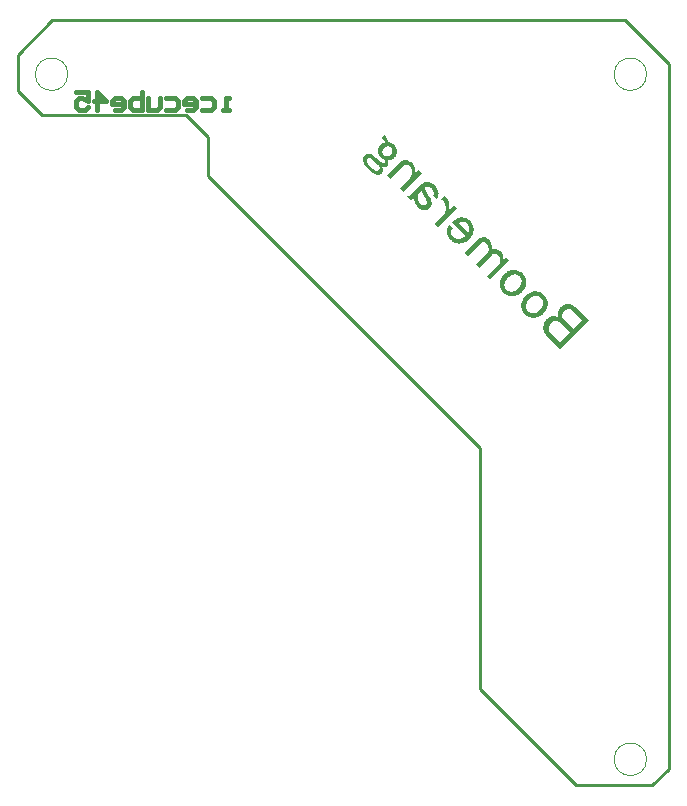
<source format=gbo>
G04*
G04 #@! TF.GenerationSoftware,Altium Limited,Altium Designer,20.0.2 (26)*
G04*
G04 Layer_Color=32896*
%FSLAX25Y25*%
%MOIN*%
G70*
G01*
G75*
%ADD12C,0.01000*%
%ADD13C,0.01500*%
%ADD16C,0.00050*%
G36*
X475548Y454356D02*
X475797Y454055D01*
X475993Y453728D01*
X476137Y453427D01*
X476229Y453126D01*
X476281Y452864D01*
X476307Y452681D01*
X476320Y452537D01*
Y452485D01*
X476765Y452406D01*
X477158Y452275D01*
X477525Y452118D01*
X477826Y451948D01*
X478074Y451778D01*
X478179Y451699D01*
X478258Y451621D01*
X478323Y451582D01*
X478585Y451320D01*
X478729Y451124D01*
X478964Y450757D01*
X479121Y450390D01*
X479239Y450063D01*
X479318Y449775D01*
X479344Y449540D01*
Y449461D01*
X479357Y449396D01*
Y449370D01*
Y449343D01*
X479344Y449121D01*
X479305Y448898D01*
X479213Y448493D01*
X479056Y448126D01*
X478886Y447799D01*
X478716Y447550D01*
X478650Y447433D01*
X478572Y447354D01*
X478519Y447275D01*
X478467Y447223D01*
X478441Y447197D01*
X478428Y447184D01*
X478258Y447040D01*
X478100Y446909D01*
X477760Y446700D01*
X477407Y446556D01*
X477079Y446464D01*
X476805Y446398D01*
X476569Y446372D01*
X476425Y446359D01*
X476386Y446372D01*
X476373Y446359D01*
X476425Y446124D01*
X476464Y445901D01*
X476490Y445692D01*
Y445508D01*
X476477Y445338D01*
X476451Y445181D01*
X476399Y444919D01*
X476320Y444710D01*
X476242Y444579D01*
X476190Y444501D01*
X476163Y444475D01*
X475993Y444331D01*
X475823Y444213D01*
X475653Y444147D01*
X475496Y444095D01*
X475365Y444043D01*
X475260D01*
X475195Y444030D01*
X475169D01*
X474868Y444043D01*
X474645Y444056D01*
X474553Y444069D01*
X474501Y444095D01*
X474462Y444082D01*
X474449Y444095D01*
X474527Y443859D01*
X474580Y443650D01*
X474619Y443454D01*
X474645Y443297D01*
X474658Y443153D01*
X474671Y443061D01*
Y443009D01*
Y442982D01*
X474658Y442786D01*
X474606Y442603D01*
X474553Y442446D01*
X474475Y442315D01*
X474409Y442197D01*
X474357Y442119D01*
X474305Y442066D01*
X474292Y442053D01*
X474082Y441870D01*
X473847Y441739D01*
X473624Y441647D01*
X473415Y441569D01*
X473232Y441543D01*
X473088Y441503D01*
X472983D01*
X472957D01*
X472721Y441530D01*
X472485Y441582D01*
X472250Y441660D01*
X471988Y441765D01*
X471504Y442040D01*
X471046Y442367D01*
X470836Y442524D01*
X470640Y442668D01*
X470470Y442812D01*
X470326Y442956D01*
X470195Y443061D01*
X470038Y443218D01*
X469685Y443598D01*
X469357Y443951D01*
X469082Y444278D01*
X468860Y444579D01*
X468664Y444880D01*
X468493Y445155D01*
X468363Y445391D01*
X468245Y445613D01*
X468166Y445796D01*
X468101Y445967D01*
X468048Y446124D01*
X468035Y446242D01*
X468009Y446346D01*
X467996Y446412D01*
X468009Y446451D01*
X467996Y446464D01*
X468022Y446778D01*
X468101Y447092D01*
X468205Y447354D01*
X468323Y447577D01*
X468454Y447760D01*
X468559Y447917D01*
X468637Y447995D01*
X468650Y448008D01*
X468664Y448022D01*
X468886Y448218D01*
X469135Y448362D01*
X469397Y448466D01*
X469619Y448532D01*
X469829Y448584D01*
X469999Y448597D01*
X470103D01*
X470143Y448610D01*
X470352Y448584D01*
X470575Y448545D01*
X470771Y448480D01*
X470954Y448401D01*
X471124Y448310D01*
X471242Y448244D01*
X471334Y448205D01*
X471360Y448179D01*
X471753Y447838D01*
X472106Y447511D01*
X472446Y447197D01*
X472747Y446948D01*
X472865Y446831D01*
X472996Y446726D01*
X473166Y446556D01*
X473245Y446503D01*
X473336Y446412D01*
X473532Y446242D01*
X473703Y446098D01*
X473873Y445980D01*
X474030Y445875D01*
X474174Y445783D01*
X474305Y445705D01*
X474527Y445587D01*
X474697Y445522D01*
X474828Y445495D01*
X474907Y445469D01*
X474933D01*
X475090Y445495D01*
X475221Y445548D01*
X475300Y445600D01*
X475313Y445613D01*
X475326Y445626D01*
X475391Y445718D01*
X475456Y445836D01*
X475483Y446071D01*
X475509Y446176D01*
X475496Y446268D01*
Y446320D01*
Y446346D01*
X475182Y446477D01*
X474894Y446634D01*
X474645Y446778D01*
X474449Y446922D01*
X474279Y447040D01*
X474148Y447145D01*
X474056Y447236D01*
X473716Y447629D01*
X473454Y448022D01*
X473258Y448375D01*
X473140Y448702D01*
X473061Y448990D01*
X473022Y449186D01*
X473009Y449330D01*
Y449383D01*
X473022Y449605D01*
X473048Y449841D01*
X473166Y450247D01*
X473323Y450639D01*
X473506Y450953D01*
X473690Y451241D01*
X473768Y451346D01*
X473847Y451425D01*
X473912Y451516D01*
X473965Y451569D01*
X473991Y451595D01*
X474004Y451608D01*
X474252Y451830D01*
X474527Y452000D01*
X474776Y452144D01*
X475025Y452236D01*
X475221Y452302D01*
X475391Y452341D01*
X475509Y452354D01*
X475548Y452367D01*
X475313Y452733D01*
X475064Y453034D01*
X474789Y453283D01*
X474540Y453479D01*
X474331Y453637D01*
X474161Y453728D01*
X474095Y453767D01*
X474043Y453794D01*
X474017D01*
X474004Y453807D01*
X475051Y454854D01*
X475548Y454356D01*
D02*
G37*
G36*
X482119Y446451D02*
X482367Y446438D01*
X482603Y446412D01*
X482838Y446359D01*
X483061Y446294D01*
X483480Y446111D01*
X483833Y445914D01*
X484121Y445705D01*
X484252Y445600D01*
X484357Y445522D01*
X484448Y445456D01*
X484553Y445352D01*
X484749Y445129D01*
X484906Y444893D01*
X485037Y444632D01*
X485155Y444383D01*
X485234Y444095D01*
X485325Y443820D01*
X485404Y443297D01*
X485430Y443035D01*
Y442799D01*
X485456Y442590D01*
Y442407D01*
X485443Y442263D01*
Y442132D01*
X485430Y442066D01*
Y442040D01*
X486543Y443153D01*
X487642Y442053D01*
X481451Y435862D01*
X480352Y436962D01*
X483441Y440051D01*
X483598Y440234D01*
X483755Y440443D01*
X483873Y440640D01*
X483990Y440862D01*
X484147Y441281D01*
X484265Y441713D01*
X484304Y441883D01*
X484331Y442066D01*
X484357Y442223D01*
X484370Y442367D01*
X484383Y442485D01*
Y442564D01*
Y442616D01*
Y442642D01*
Y442851D01*
X484357Y443035D01*
X484304Y443375D01*
X484213Y443676D01*
X484108Y443912D01*
X484017Y444082D01*
X483912Y444213D01*
X483859Y444291D01*
X483833Y444317D01*
X483611Y444514D01*
X483375Y444671D01*
X483166Y444776D01*
X482969Y444841D01*
X482799Y444880D01*
X482668Y444906D01*
X482577Y444919D01*
X482550D01*
X482315Y444893D01*
X482105Y444841D01*
X481896Y444763D01*
X481726Y444671D01*
X481582Y444579D01*
X481477Y444501D01*
X481425Y444448D01*
X481399Y444422D01*
X477145Y440168D01*
X476046Y441268D01*
X480626Y445849D01*
X480862Y446058D01*
X481111Y446202D01*
X481373Y446307D01*
X481608Y446385D01*
X481805Y446425D01*
X481975Y446438D01*
X482092Y446451D01*
X482119D01*
D02*
G37*
G36*
X489422Y439226D02*
X489474D01*
X489697Y439213D01*
X489932Y439161D01*
X490391Y439017D01*
X490823Y438794D01*
X491215Y438532D01*
X491398Y438401D01*
X491569Y438284D01*
X491713Y438166D01*
X491830Y438048D01*
X491935Y437969D01*
X492275Y437629D01*
X492446Y437407D01*
X492733Y436988D01*
X492838Y436778D01*
X492930Y436582D01*
X493008Y436399D01*
X493074Y436229D01*
X493126Y436072D01*
X493165Y435928D01*
X493191Y435797D01*
X493205Y435679D01*
X493218Y435587D01*
X493231Y435522D01*
Y435496D01*
Y435470D01*
X493205Y435077D01*
X493126Y434684D01*
X493035Y434331D01*
X492917Y434030D01*
X492799Y433781D01*
X492694Y433598D01*
X492668Y433519D01*
X492629Y433480D01*
X492616Y433441D01*
X492602Y433428D01*
X491398Y434632D01*
X491490Y434828D01*
X491556Y434998D01*
X491608Y435155D01*
X491647Y435299D01*
X491660Y435417D01*
X491673Y435509D01*
Y435561D01*
Y435587D01*
X491634Y435836D01*
X491542Y436085D01*
X491425Y436333D01*
X491294Y436543D01*
X491150Y436739D01*
X491032Y436883D01*
X490901Y437014D01*
X490679Y437210D01*
X490443Y437367D01*
X490234Y437472D01*
X490050Y437551D01*
X489880Y437590D01*
X489749Y437616D01*
X489658Y437629D01*
X489632D01*
X489396Y437603D01*
X489186Y437551D01*
X488990Y437485D01*
X488833Y437407D01*
X488702Y437328D01*
X488611Y437263D01*
X488558Y437210D01*
X488532Y437184D01*
X488584Y437001D01*
X488676Y436778D01*
X488781Y436569D01*
X488899Y436346D01*
X489003Y436163D01*
X489095Y435993D01*
X489134Y435928D01*
X489173Y435888D01*
Y435862D01*
X489186Y435849D01*
X489330Y435601D01*
X489474Y435352D01*
X489618Y435103D01*
X489749Y434894D01*
X489880Y434711D01*
X489985Y434553D01*
X490037Y434449D01*
X490063Y434422D01*
X490338Y433991D01*
X490561Y433585D01*
X490705Y433205D01*
X490809Y432865D01*
X490862Y432577D01*
X490901Y432354D01*
X490914Y432210D01*
Y432184D01*
Y432158D01*
X490888Y431792D01*
X490796Y431464D01*
X490679Y431164D01*
X490521Y430902D01*
X490391Y430692D01*
X490260Y430535D01*
X490220Y430470D01*
X490181Y430431D01*
X490155Y430404D01*
X490142Y430391D01*
X489880Y430182D01*
X489605Y430012D01*
X489317Y429881D01*
X489056Y429802D01*
X488833Y429763D01*
X488650Y429737D01*
X488532Y429724D01*
X488480D01*
X488061Y429776D01*
X487681Y429894D01*
X487302Y430064D01*
X486974Y430260D01*
X486713Y430444D01*
X486595Y430535D01*
X486503Y430627D01*
X486425Y430679D01*
X486320Y430784D01*
X486097Y431033D01*
X485901Y431281D01*
X485731Y431530D01*
X485587Y431779D01*
X485469Y432027D01*
X485365Y432263D01*
X485286Y432499D01*
X485221Y432721D01*
X485155Y432917D01*
X485116Y433114D01*
X485090Y433271D01*
X485064Y433428D01*
X485050Y433546D01*
Y433624D01*
Y433676D01*
Y433703D01*
X484867Y433546D01*
X484684Y433415D01*
X484540Y433323D01*
X484383Y433271D01*
X484265Y433231D01*
X484187Y433205D01*
X484134D01*
X484108D01*
X482786Y434527D01*
X483061Y434514D01*
X483336Y434553D01*
X483571Y434632D01*
X483768Y434724D01*
X483938Y434841D01*
X484056Y434933D01*
X484147Y434998D01*
X484160Y435011D01*
X484173Y435025D01*
X487655Y438506D01*
X487943Y438742D01*
X488244Y438912D01*
X488545Y439056D01*
X488833Y439134D01*
X489095Y439187D01*
X489291Y439226D01*
X489422D01*
D02*
G37*
G36*
X495626Y434252D02*
X495862Y433964D01*
X496058Y433690D01*
X496228Y433415D01*
X496372Y433114D01*
X496503Y432852D01*
X496594Y432603D01*
X496686Y432354D01*
X496738Y432119D01*
X496778Y431923D01*
X496830Y431739D01*
X496856Y431582D01*
Y431451D01*
X496869Y431360D01*
Y431307D01*
Y431281D01*
X496843Y430784D01*
X496817Y430548D01*
X496778Y430352D01*
X496752Y430169D01*
X496725Y430038D01*
X496712Y429946D01*
X496699Y429907D01*
X498244Y431451D01*
X499343Y430352D01*
X493152Y424161D01*
X492053Y425260D01*
X495207Y428415D01*
X495351Y428768D01*
X495456Y429109D01*
X495547Y429462D01*
X495587Y429789D01*
X495626Y430090D01*
X495639Y430313D01*
X495652Y430457D01*
X495639Y430496D01*
X495652Y430509D01*
Y430771D01*
X495613Y431019D01*
X495587Y431255D01*
X495521Y431478D01*
X495390Y431870D01*
X495233Y432184D01*
X495089Y432433D01*
X495011Y432538D01*
X494958Y432616D01*
X494906Y432695D01*
X494684Y432917D01*
X494553Y433022D01*
X494435Y433114D01*
X494343Y433205D01*
X494265Y433258D01*
X494199Y433297D01*
X494160Y433310D01*
X494147Y433323D01*
X495364Y434540D01*
X495626Y434252D01*
D02*
G37*
G36*
X500861Y427368D02*
X500888D01*
X501189Y427355D01*
X501490Y427315D01*
X501764Y427250D01*
X502026Y427172D01*
X502288Y427093D01*
X502511Y427001D01*
X502916Y426779D01*
X503100Y426674D01*
X503257Y426569D01*
X503387Y426465D01*
X503492Y426386D01*
X503584Y426321D01*
X503702Y426203D01*
X503911Y425967D01*
X504094Y425732D01*
X504278Y425496D01*
X504408Y425260D01*
X504513Y425025D01*
X504618Y424789D01*
X504696Y424580D01*
X504775Y424370D01*
X504814Y424174D01*
X504853Y424004D01*
X504880Y423847D01*
X504893Y423703D01*
X504906Y423585D01*
X504919Y423520D01*
Y423467D01*
Y423441D01*
X504906Y423088D01*
X504853Y422748D01*
X504775Y422433D01*
X504696Y422119D01*
X504579Y421818D01*
X504448Y421557D01*
X504304Y421282D01*
X504173Y421046D01*
X504029Y420823D01*
X503898Y420640D01*
X503780Y420470D01*
X503662Y420326D01*
X503558Y420221D01*
X503492Y420130D01*
X503440Y420078D01*
X503427Y420064D01*
X503139Y419803D01*
X502864Y419580D01*
X502576Y419371D01*
X502288Y419214D01*
X502013Y419070D01*
X501738Y418952D01*
X501477Y418847D01*
X501241Y418769D01*
X501018Y418703D01*
X500809Y418677D01*
X500626Y418625D01*
X500469Y418599D01*
X500338D01*
X500246Y418585D01*
X500194D01*
X500168D01*
X499867Y418599D01*
X499566Y418638D01*
X499278Y418716D01*
X499016Y418795D01*
X498754Y418899D01*
X498492Y419004D01*
X498061Y419253D01*
X497864Y419371D01*
X497694Y419488D01*
X497550Y419606D01*
X497432Y419698D01*
X497328Y419776D01*
X497197Y419907D01*
X496974Y420156D01*
X496778Y420378D01*
X496608Y420627D01*
X496464Y420876D01*
X496346Y421098D01*
X496228Y421321D01*
X496149Y421530D01*
X496097Y421740D01*
X496032Y421936D01*
X495993Y422106D01*
X495966Y422237D01*
X495940Y422368D01*
Y422473D01*
Y422551D01*
X495927Y422590D01*
Y422617D01*
X495966Y422996D01*
X496045Y423389D01*
X496163Y423742D01*
X496307Y424096D01*
X496438Y424384D01*
X496503Y424501D01*
X496568Y424619D01*
X496621Y424698D01*
X496660Y424763D01*
X496673Y424802D01*
X496686Y424816D01*
X497903Y423598D01*
X497746Y423415D01*
X497615Y423206D01*
X497537Y422996D01*
X497472Y422800D01*
X497432Y422604D01*
X497406Y422473D01*
Y422368D01*
Y422342D01*
X497445Y422093D01*
X497537Y421844D01*
X497655Y421596D01*
X497799Y421373D01*
X497943Y421177D01*
X498061Y421033D01*
X498191Y420902D01*
X498492Y420653D01*
X498793Y420457D01*
X499094Y420313D01*
X499369Y420221D01*
X499605Y420169D01*
X499788Y420143D01*
X499906Y420130D01*
X499958D01*
X500155Y420143D01*
X500377Y420182D01*
X500770Y420313D01*
X501162Y420496D01*
X501503Y420706D01*
X501791Y420915D01*
X501908Y421007D01*
X502013Y421111D01*
X502105Y421177D01*
X502157Y421229D01*
X502197Y421269D01*
X502210Y421282D01*
X497733Y425758D01*
X498034Y426033D01*
X498335Y426281D01*
X498623Y426517D01*
X498898Y426687D01*
X499186Y426844D01*
X499448Y426975D01*
X499683Y427080D01*
X499906Y427172D01*
X500129Y427237D01*
X500312Y427289D01*
X500482Y427328D01*
X500626Y427342D01*
X500744Y427355D01*
X500809Y427368D01*
X500861D01*
D02*
G37*
G36*
X508126Y420732D02*
X508178D01*
X508544Y420706D01*
X508885Y420601D01*
X509212Y420457D01*
X509487Y420287D01*
X509722Y420130D01*
X509814Y420064D01*
X509893Y419986D01*
X509971Y419934D01*
X510050Y419855D01*
X510272Y419606D01*
X510442Y419358D01*
X510599Y419096D01*
X510717Y418821D01*
X510809Y418572D01*
X510874Y418297D01*
X510913Y418049D01*
X510940Y417813D01*
X510953Y417591D01*
Y417381D01*
X510940Y417185D01*
Y417028D01*
X510913Y416897D01*
X510900Y416805D01*
X510887Y416740D01*
Y416714D01*
X511267Y416805D01*
X511437Y416845D01*
X511594D01*
X511738Y416858D01*
X511830Y416871D01*
X511908D01*
X511934D01*
X512340Y416831D01*
X512733Y416701D01*
X513099Y416544D01*
X513426Y416347D01*
X513688Y416164D01*
X513806Y416072D01*
X513898Y415981D01*
X513976Y415928D01*
X514081Y415824D01*
X514238Y415640D01*
X514382Y415444D01*
X514487Y415235D01*
X514578Y415012D01*
X514696Y414554D01*
X514735Y414122D01*
X514748Y413716D01*
Y413559D01*
X514735Y413415D01*
X514709Y413284D01*
X514696Y413193D01*
Y413140D01*
Y413114D01*
X515638Y414057D01*
X516738Y412957D01*
X510547Y406766D01*
X509447Y407866D01*
X513309Y411727D01*
X513453Y411923D01*
X513570Y412146D01*
X513649Y412381D01*
X513701Y412617D01*
X513728Y412826D01*
X513754Y413010D01*
Y413114D01*
Y413167D01*
X513728Y413481D01*
X513662Y413782D01*
X513570Y414031D01*
X513453Y414253D01*
X513335Y414423D01*
X513256Y414554D01*
X513152Y414659D01*
X512942Y414842D01*
X512746Y414986D01*
X512549Y415078D01*
X512392Y415156D01*
X512248Y415195D01*
X512131Y415208D01*
X512065Y415222D01*
X512039D01*
X511817Y415208D01*
X511620Y415169D01*
X511437Y415117D01*
X511293Y415052D01*
X511188Y414999D01*
X511097Y414934D01*
X511057Y414894D01*
X511044Y414881D01*
X506738Y410575D01*
X505639Y411675D01*
X509565Y415601D01*
X509696Y415758D01*
X509788Y415955D01*
X509853Y416177D01*
X509893Y416373D01*
X509932Y416570D01*
Y416727D01*
X509945Y416845D01*
Y416871D01*
X509919Y417237D01*
X509827Y417564D01*
X509709Y417866D01*
X509552Y418127D01*
X509421Y418337D01*
X509290Y418494D01*
X509251Y418559D01*
X509173Y418638D01*
X509002Y418782D01*
X508806Y418899D01*
X508623Y418978D01*
X508466Y419030D01*
X508309Y419057D01*
X508178Y419083D01*
X508099D01*
X508073D01*
X507903Y419070D01*
X507759Y419030D01*
X507628Y418978D01*
X507510Y418913D01*
X507419Y418847D01*
X507340Y418795D01*
X507301Y418755D01*
X507288Y418742D01*
X502929Y414384D01*
X501830Y415483D01*
X506411Y420064D01*
X506686Y420287D01*
X506974Y420444D01*
X507262Y420575D01*
X507550Y420653D01*
X507798Y420693D01*
X507995Y420732D01*
X508126D01*
D02*
G37*
G36*
X518308Y409868D02*
X518361D01*
X518387D01*
X518688Y409855D01*
X518989Y409816D01*
X519264Y409751D01*
X519526Y409672D01*
X519787Y409593D01*
X520023Y409489D01*
X520442Y409253D01*
X520625Y409149D01*
X520782Y409044D01*
X520913Y408939D01*
X521031Y408848D01*
X521136Y408769D01*
X521253Y408651D01*
X521463Y408416D01*
X521646Y408180D01*
X521816Y407931D01*
X521960Y407683D01*
X522170Y407211D01*
X522248Y406976D01*
X522327Y406766D01*
X522379Y406557D01*
X522405Y406374D01*
X522444Y406204D01*
X522458Y406060D01*
X522471Y405942D01*
Y405863D01*
Y405811D01*
Y405785D01*
X522458Y405431D01*
X522418Y405104D01*
X522327Y404777D01*
X522248Y404463D01*
X522143Y404175D01*
X522013Y403913D01*
X521882Y403651D01*
X521751Y403416D01*
X521620Y403206D01*
X521489Y403023D01*
X521371Y402853D01*
X521253Y402709D01*
X521162Y402617D01*
X521096Y402526D01*
X521044Y402473D01*
X521031Y402460D01*
X520756Y402212D01*
X520481Y401989D01*
X520193Y401806D01*
X519918Y401636D01*
X519630Y401505D01*
X519355Y401387D01*
X519094Y401282D01*
X518845Y401217D01*
X518596Y401151D01*
X518400Y401112D01*
X518204Y401073D01*
X518034Y401060D01*
X517903Y401034D01*
X517798D01*
X517746D01*
X517720D01*
X517418Y401047D01*
X517117Y401086D01*
X516843Y401151D01*
X516581Y401230D01*
X516332Y401322D01*
X516083Y401413D01*
X515665Y401649D01*
X515481Y401754D01*
X515324Y401858D01*
X515180Y401976D01*
X515063Y402068D01*
X514971Y402133D01*
X514853Y402251D01*
X514644Y402487D01*
X514460Y402722D01*
X514290Y402971D01*
X514146Y403219D01*
X513937Y403691D01*
X513858Y403926D01*
X513793Y404149D01*
X513728Y404345D01*
X513701Y404528D01*
X513662Y404698D01*
X513649Y404842D01*
X513636Y404960D01*
Y405039D01*
Y405091D01*
Y405117D01*
X513649Y405471D01*
X513688Y405798D01*
X513767Y406112D01*
X513858Y406439D01*
X513963Y406727D01*
X514094Y406989D01*
X514225Y407251D01*
X514356Y407486D01*
X514487Y407696D01*
X514617Y407879D01*
X514735Y408049D01*
X514840Y408180D01*
X514919Y408285D01*
X514997Y408363D01*
X515049Y408416D01*
X515063Y408429D01*
X515337Y408677D01*
X515612Y408900D01*
X515913Y409096D01*
X516188Y409266D01*
X516476Y409397D01*
X516751Y409515D01*
X517013Y409620D01*
X517261Y409685D01*
X517510Y409751D01*
X517706Y409790D01*
X517903Y409829D01*
X518073Y409842D01*
X518204Y409868D01*
X518308D01*
D02*
G37*
G36*
X536227Y398495D02*
X536253D01*
X536279D01*
X536554Y398481D01*
X536803Y398442D01*
X537051Y398403D01*
X537287Y398324D01*
X537719Y398154D01*
X538085Y397945D01*
X538386Y397748D01*
X538517Y397644D01*
X538622Y397565D01*
X538714Y397500D01*
X543242Y392971D01*
X533792Y383521D01*
X529421Y387893D01*
X529198Y388141D01*
X528976Y388390D01*
X528819Y388626D01*
X528661Y388861D01*
X528531Y389097D01*
X528426Y389306D01*
X528347Y389516D01*
X528282Y389712D01*
X528217Y389882D01*
X528177Y390052D01*
X528151Y390183D01*
X528125Y390314D01*
X528112Y390406D01*
Y390484D01*
Y390510D01*
Y390537D01*
X528125Y390838D01*
X528164Y391139D01*
X528217Y391427D01*
X528295Y391688D01*
X528387Y391937D01*
X528491Y392173D01*
X528714Y392605D01*
X528819Y392788D01*
X528923Y392945D01*
X529041Y393089D01*
X529133Y393207D01*
X529198Y393298D01*
X529264Y393364D01*
X529303Y393403D01*
X529316Y393416D01*
X529512Y393586D01*
X529696Y393743D01*
X530101Y393992D01*
X530481Y394162D01*
X530847Y394293D01*
X531161Y394345D01*
X531292Y394372D01*
X531410Y394385D01*
X531502Y394398D01*
X531580D01*
X531606D01*
X531633D01*
X531934Y394385D01*
X532222Y394332D01*
X532496Y394267D01*
X532758Y394188D01*
X532968Y394110D01*
X533151Y394031D01*
X533256Y393979D01*
X533282D01*
X533295Y393966D01*
X533177Y394215D01*
X533099Y394450D01*
X533046Y394686D01*
X533007Y394882D01*
X532981Y395039D01*
X532968Y395183D01*
Y395262D01*
Y395288D01*
X532981Y395510D01*
X532994Y395733D01*
X533099Y396125D01*
X533229Y396492D01*
X533399Y396793D01*
X533557Y397055D01*
X533635Y397159D01*
X533714Y397238D01*
X533753Y397303D01*
X533805Y397356D01*
X533832Y397382D01*
X533845Y397395D01*
X534054Y397578D01*
X534263Y397762D01*
X534695Y398036D01*
X535101Y398233D01*
X535467Y398364D01*
X535638Y398403D01*
X535795Y398429D01*
X535939Y398468D01*
X536057Y398481D01*
X536148Y398495D01*
X536227D01*
D02*
G37*
G36*
X525481Y402696D02*
X525533D01*
X525560D01*
X525861Y402683D01*
X526162Y402643D01*
X526436Y402578D01*
X526698Y402499D01*
X526960Y402421D01*
X527196Y402316D01*
X527614Y402081D01*
X527798Y401976D01*
X527955Y401871D01*
X528086Y401767D01*
X528203Y401675D01*
X528308Y401596D01*
X528426Y401479D01*
X528635Y401243D01*
X528819Y401008D01*
X528989Y400759D01*
X529133Y400510D01*
X529342Y400039D01*
X529421Y399803D01*
X529499Y399594D01*
X529552Y399384D01*
X529578Y399201D01*
X529617Y399031D01*
X529630Y398887D01*
X529643Y398769D01*
Y398691D01*
Y398638D01*
Y398612D01*
X529630Y398259D01*
X529591Y397932D01*
X529499Y397604D01*
X529421Y397290D01*
X529316Y397002D01*
X529185Y396741D01*
X529054Y396479D01*
X528923Y396243D01*
X528792Y396034D01*
X528661Y395851D01*
X528544Y395680D01*
X528426Y395536D01*
X528334Y395445D01*
X528269Y395353D01*
X528217Y395301D01*
X528203Y395288D01*
X527928Y395039D01*
X527654Y394817D01*
X527366Y394633D01*
X527091Y394463D01*
X526803Y394332D01*
X526528Y394215D01*
X526266Y394110D01*
X526018Y394044D01*
X525769Y393979D01*
X525573Y393940D01*
X525376Y393900D01*
X525206Y393887D01*
X525075Y393861D01*
X524970D01*
X524918D01*
X524892D01*
X524591Y393874D01*
X524290Y393914D01*
X524015Y393979D01*
X523753Y394057D01*
X523505Y394149D01*
X523256Y394241D01*
X522837Y394476D01*
X522654Y394581D01*
X522497Y394686D01*
X522353Y394804D01*
X522235Y394895D01*
X522143Y394961D01*
X522026Y395078D01*
X521816Y395314D01*
X521633Y395550D01*
X521463Y395798D01*
X521319Y396047D01*
X521109Y396518D01*
X521031Y396754D01*
X520965Y396976D01*
X520900Y397172D01*
X520874Y397356D01*
X520834Y397526D01*
X520821Y397670D01*
X520808Y397788D01*
Y397866D01*
Y397919D01*
Y397945D01*
X520821Y398298D01*
X520861Y398625D01*
X520939Y398939D01*
X521031Y399267D01*
X521136Y399555D01*
X521267Y399816D01*
X521397Y400078D01*
X521528Y400314D01*
X521659Y400523D01*
X521790Y400706D01*
X521908Y400877D01*
X522013Y401008D01*
X522091Y401112D01*
X522170Y401191D01*
X522222Y401243D01*
X522235Y401256D01*
X522510Y401505D01*
X522785Y401727D01*
X523086Y401924D01*
X523361Y402094D01*
X523649Y402225D01*
X523923Y402343D01*
X524185Y402447D01*
X524434Y402513D01*
X524683Y402578D01*
X524879Y402617D01*
X525075Y402657D01*
X525245Y402670D01*
X525376Y402696D01*
X525481D01*
D02*
G37*
%LPC*%
G36*
X476425Y451045D02*
X476150Y451032D01*
X475902Y450966D01*
X475679Y450875D01*
X475496Y450770D01*
X475326Y450678D01*
X475208Y450587D01*
X475142Y450521D01*
X475116Y450495D01*
X474907Y450260D01*
X474763Y450037D01*
X474658Y449828D01*
X474567Y449631D01*
X474527Y449461D01*
X474514Y449343D01*
X474501Y449252D01*
Y449226D01*
X474527Y449016D01*
X474580Y448833D01*
X474658Y448650D01*
X474750Y448506D01*
X474841Y448362D01*
X474920Y448257D01*
X474998Y448179D01*
X475169Y448035D01*
X475365Y447917D01*
X475548Y447838D01*
X475718Y447799D01*
X475862Y447760D01*
X475993Y447734D01*
X476072D01*
X476098D01*
X476334Y447760D01*
X476556Y447825D01*
X476779Y447917D01*
X476949Y448008D01*
X477106Y448113D01*
X477223Y448205D01*
X477289Y448270D01*
X477315Y448296D01*
X477498Y448506D01*
X477629Y448741D01*
X477734Y448951D01*
X477786Y449160D01*
X477839Y449343D01*
X477852Y449487D01*
X477865Y449579D01*
Y449605D01*
X477852Y449802D01*
X477799Y449985D01*
X477747Y450142D01*
X477669Y450273D01*
X477603Y450390D01*
X477538Y450482D01*
X477472Y450548D01*
X477289Y450705D01*
X477106Y450836D01*
X476923Y450914D01*
X476765Y450993D01*
X476635Y451019D01*
X476517Y451032D01*
X476451Y451045D01*
X476425D01*
D02*
G37*
G36*
X470143Y447066D02*
X470025Y447053D01*
X469907Y447040D01*
X469750Y446961D01*
X469685Y446922D01*
X469632Y446896D01*
X469606Y446870D01*
X469593Y446857D01*
X469527Y446765D01*
X469475Y446660D01*
X469410Y446464D01*
X469397Y446346D01*
X469383Y446281D01*
Y446228D01*
Y446202D01*
X469397Y446058D01*
X469436Y445888D01*
X469514Y445705D01*
X469619Y445522D01*
X469842Y445142D01*
X470116Y444789D01*
X470391Y444461D01*
X470522Y444304D01*
X470640Y444187D01*
X470718Y444082D01*
X471059Y443742D01*
X471255Y443571D01*
X471438Y443414D01*
X471608Y443297D01*
X471766Y443192D01*
X471910Y443100D01*
X472040Y443022D01*
X472171Y442969D01*
X472368Y442878D01*
X472512Y442838D01*
X472603Y442825D01*
X472629D01*
X472800Y442838D01*
X472930Y442865D01*
X473061Y442917D01*
X473153Y442956D01*
X473232Y443009D01*
X473297Y443048D01*
X473336Y443087D01*
X473349Y443100D01*
X473441Y443218D01*
X473506Y443336D01*
X473572Y443558D01*
X473598Y443663D01*
X473611Y443728D01*
Y443781D01*
Y443807D01*
X473598Y443951D01*
X473572Y444082D01*
X473467Y444344D01*
X473428Y444461D01*
X473389Y444553D01*
X473349Y444619D01*
X473336Y444632D01*
X473179Y444763D01*
X472996Y444893D01*
X472643Y445194D01*
X472276Y445508D01*
X471923Y445810D01*
X471766Y445940D01*
X471622Y446084D01*
X471478Y446202D01*
X471373Y446307D01*
X471268Y446385D01*
X471137Y446516D01*
X470928Y446700D01*
X470745Y446831D01*
X470575Y446948D01*
X470431Y447014D01*
X470300Y447040D01*
X470221Y447066D01*
X470169D01*
X470143D01*
D02*
G37*
G36*
X487485Y436137D02*
X486372Y435025D01*
X486346Y434920D01*
X486307Y434776D01*
X486281Y434619D01*
Y434462D01*
X486268Y434292D01*
Y434161D01*
Y434056D01*
Y434030D01*
X486281Y433807D01*
X486307Y433598D01*
X486412Y433179D01*
X486569Y432813D01*
X486739Y432512D01*
X486909Y432237D01*
X486988Y432132D01*
X487066Y432054D01*
X487118Y431975D01*
X487210Y431883D01*
X487406Y431713D01*
X487576Y431569D01*
X487734Y431464D01*
X487851Y431399D01*
X487956Y431347D01*
X488022Y431334D01*
X488074D01*
X488087Y431320D01*
X488283Y431334D01*
X488467Y431386D01*
X488624Y431438D01*
X488755Y431517D01*
X488872Y431582D01*
X488964Y431648D01*
X489016Y431700D01*
X489029Y431713D01*
X489134Y431844D01*
X489226Y431988D01*
X489278Y432145D01*
X489304Y432276D01*
X489344Y432394D01*
Y432499D01*
X489357Y432564D01*
Y432590D01*
X489344Y432760D01*
X489304Y432930D01*
X489186Y433258D01*
X489134Y433389D01*
X489082Y433493D01*
X489043Y433585D01*
X489029Y433598D01*
X488859Y433847D01*
X488689Y434122D01*
X488493Y434422D01*
X488336Y434711D01*
X488166Y434959D01*
X488100Y435077D01*
X488035Y435169D01*
X487982Y435247D01*
X487943Y435313D01*
X487930Y435352D01*
X487917Y435365D01*
X487760Y435627D01*
X487616Y435875D01*
X487564Y435980D01*
X487524Y436072D01*
X487498Y436124D01*
X487485Y436137D01*
D02*
G37*
G36*
X501333Y425928D02*
X501018Y425902D01*
X500731Y425849D01*
X500482Y425758D01*
X500272Y425653D01*
X500115Y425549D01*
X499985Y425470D01*
X499919Y425405D01*
X499893Y425378D01*
X503047Y422224D01*
X503191Y422473D01*
X503296Y422734D01*
X503374Y422970D01*
X503440Y423193D01*
X503466Y423376D01*
X503492Y423533D01*
Y423638D01*
Y423664D01*
X503466Y423978D01*
X503374Y424279D01*
X503270Y424541D01*
X503152Y424763D01*
X503021Y424946D01*
X502916Y425104D01*
X502812Y425208D01*
X502550Y425444D01*
X502288Y425627D01*
X502039Y425745D01*
X501817Y425836D01*
X501608Y425889D01*
X501464Y425928D01*
X501359D01*
X501333D01*
D02*
G37*
G36*
X518714Y408311D02*
X518466Y408298D01*
X518230Y408272D01*
X517994Y408219D01*
X517772Y408154D01*
X517353Y407971D01*
X517000Y407774D01*
X516712Y407565D01*
X516581Y407460D01*
X516476Y407382D01*
X516384Y407316D01*
X516332Y407264D01*
X516293Y407225D01*
X516280Y407211D01*
X516083Y407015D01*
X515913Y406793D01*
X515638Y406387D01*
X515455Y405994D01*
X515324Y405654D01*
X515285Y405484D01*
X515246Y405340D01*
X515219Y405209D01*
Y405104D01*
X515206Y405013D01*
X515193Y404947D01*
Y404921D01*
Y404895D01*
X515219Y404528D01*
X515298Y404214D01*
X515403Y403926D01*
X515521Y403704D01*
X515638Y403507D01*
X515756Y403363D01*
X515822Y403272D01*
X515848Y403246D01*
X516110Y403036D01*
X516384Y402866D01*
X516672Y402735D01*
X516934Y402657D01*
X517157Y402617D01*
X517340Y402591D01*
X517458Y402578D01*
X517510D01*
X517732Y402591D01*
X517955Y402630D01*
X518387Y402748D01*
X518766Y402918D01*
X519107Y403128D01*
X519408Y403324D01*
X519526Y403416D01*
X519617Y403507D01*
X519709Y403573D01*
X519761Y403625D01*
X519801Y403664D01*
X519814Y403678D01*
X520010Y403900D01*
X520180Y404096D01*
X520455Y404528D01*
X520651Y404934D01*
X520782Y405301D01*
X520834Y405484D01*
X520874Y405628D01*
X520900Y405759D01*
X520913Y405876D01*
X520926Y405968D01*
Y406046D01*
Y406073D01*
Y406099D01*
X520900Y406413D01*
X520822Y406727D01*
X520717Y406989D01*
X520599Y407211D01*
X520468Y407395D01*
X520363Y407552D01*
X520259Y407656D01*
X520010Y407879D01*
X519748Y408036D01*
X519473Y408154D01*
X519238Y408232D01*
X519028Y408285D01*
X518858Y408298D01*
X518753D01*
X518714Y408311D01*
D02*
G37*
G36*
X536659Y396780D02*
X536344Y396754D01*
X536043Y396688D01*
X535795Y396597D01*
X535572Y396479D01*
X535402Y396361D01*
X535271Y396283D01*
X535193Y396204D01*
X535180Y396191D01*
X535167Y396178D01*
X534918Y395903D01*
X534748Y395628D01*
X534630Y395353D01*
X534538Y395105D01*
X534486Y394895D01*
X534460Y394712D01*
Y394607D01*
X534447Y394568D01*
X534473Y394280D01*
X534538Y394031D01*
X534630Y393809D01*
X534735Y393625D01*
X534839Y393468D01*
X534918Y393338D01*
X537994Y390262D01*
X540912Y393180D01*
X537810Y396283D01*
X537627Y396440D01*
X537431Y396557D01*
X537234Y396649D01*
X537064Y396714D01*
X536894Y396754D01*
X536776Y396767D01*
X536685Y396780D01*
X536659D01*
D02*
G37*
G36*
X532300Y392866D02*
X531973Y392827D01*
X531672Y392736D01*
X531397Y392618D01*
X531148Y392474D01*
X530939Y392317D01*
X530782Y392212D01*
X530729Y392160D01*
X530690Y392120D01*
X530664Y392094D01*
X530651Y392081D01*
X530415Y391793D01*
X530232Y391505D01*
X530101Y391217D01*
X530023Y390955D01*
X529970Y390720D01*
X529944Y390537D01*
X529931Y390419D01*
Y390367D01*
X529970Y390039D01*
X530049Y389725D01*
X530180Y389437D01*
X530337Y389175D01*
X530494Y388966D01*
X530625Y388809D01*
X530677Y388730D01*
X533570Y385838D01*
X536946Y389215D01*
X534132Y392029D01*
X533805Y392304D01*
X533491Y392513D01*
X533190Y392657D01*
X532902Y392762D01*
X532654Y392827D01*
X532470Y392853D01*
X532352Y392866D01*
X532300D01*
D02*
G37*
G36*
X525887Y401138D02*
X525638Y401125D01*
X525402Y401099D01*
X525167Y401047D01*
X524944Y400981D01*
X524525Y400798D01*
X524172Y400602D01*
X523884Y400392D01*
X523753Y400288D01*
X523649Y400209D01*
X523557Y400144D01*
X523505Y400091D01*
X523465Y400052D01*
X523452Y400039D01*
X523256Y399843D01*
X523086Y399620D01*
X522811Y399214D01*
X522628Y398822D01*
X522497Y398481D01*
X522458Y398311D01*
X522418Y398167D01*
X522392Y398036D01*
Y397932D01*
X522379Y397840D01*
X522366Y397775D01*
Y397748D01*
Y397722D01*
X522392Y397356D01*
X522471Y397042D01*
X522575Y396754D01*
X522693Y396531D01*
X522811Y396335D01*
X522929Y396191D01*
X522994Y396099D01*
X523020Y396073D01*
X523282Y395864D01*
X523557Y395693D01*
X523845Y395563D01*
X524107Y395484D01*
X524329Y395445D01*
X524512Y395419D01*
X524630Y395406D01*
X524683D01*
X524905Y395419D01*
X525128Y395458D01*
X525560Y395576D01*
X525939Y395746D01*
X526279Y395955D01*
X526580Y396152D01*
X526698Y396243D01*
X526790Y396335D01*
X526881Y396400D01*
X526934Y396453D01*
X526973Y396492D01*
X526986Y396505D01*
X527182Y396727D01*
X527353Y396924D01*
X527628Y397356D01*
X527824Y397762D01*
X527955Y398128D01*
X528007Y398311D01*
X528046Y398455D01*
X528073Y398586D01*
X528086Y398704D01*
X528099Y398796D01*
Y398874D01*
Y398900D01*
Y398926D01*
X528073Y399240D01*
X527994Y399555D01*
X527889Y399816D01*
X527772Y400039D01*
X527641Y400222D01*
X527536Y400379D01*
X527431Y400484D01*
X527182Y400706D01*
X526921Y400864D01*
X526646Y400981D01*
X526410Y401060D01*
X526201Y401112D01*
X526031Y401125D01*
X525926D01*
X525887Y401138D01*
D02*
G37*
%LPD*%
D12*
X416500Y441000D02*
Y454000D01*
X409000Y461500D02*
X416500Y454000D01*
X361000Y461500D02*
X409000D01*
X353000Y481500D02*
X364500Y493000D01*
X353000Y469500D02*
Y481500D01*
Y469500D02*
X361000Y461500D01*
X416500Y441000D02*
X436500Y421000D01*
X507000Y350500D01*
Y270000D02*
Y350500D01*
Y270000D02*
X539000Y238000D01*
X564500D01*
X570000Y243500D01*
Y478500D01*
X555500Y493000D02*
X570000Y478500D01*
X364500Y493000D02*
X555500D01*
D13*
X423500Y463000D02*
X421501D01*
X422500D01*
Y466999D01*
X423500D01*
X414503D02*
X417502D01*
X418502Y465999D01*
Y464000D01*
X417502Y463000D01*
X414503D01*
X409505D02*
X411504D01*
X412504Y464000D01*
Y465999D01*
X411504Y466999D01*
X409505D01*
X408505Y465999D01*
Y464999D01*
X412504D01*
X402507Y466999D02*
X405506D01*
X406505Y465999D01*
Y464000D01*
X405506Y463000D01*
X402507D01*
X400507Y466999D02*
Y464000D01*
X399508Y463000D01*
X396509D01*
Y466999D01*
X394509Y468998D02*
Y463000D01*
X391510D01*
X390511Y464000D01*
Y464999D01*
Y465999D01*
X391510Y466999D01*
X394509D01*
X385512Y463000D02*
X387512D01*
X388511Y464000D01*
Y465999D01*
X387512Y466999D01*
X385512D01*
X384513Y465999D01*
Y464999D01*
X388511D01*
X379514Y463000D02*
Y468998D01*
X382513Y465999D01*
X378515D01*
X372516Y468998D02*
X376515D01*
Y465999D01*
X374516Y466999D01*
X373516D01*
X372516Y465999D01*
Y464000D01*
X373516Y463000D01*
X375516D01*
X376515Y464000D01*
D16*
X369657Y475004D02*
G03*
X369657Y475004I-5413J0D01*
G01*
X562571D02*
G03*
X562571Y475004I-5413J0D01*
G01*
Y246658D02*
G03*
X562571Y246658I-5413J0D01*
G01*
M02*

</source>
